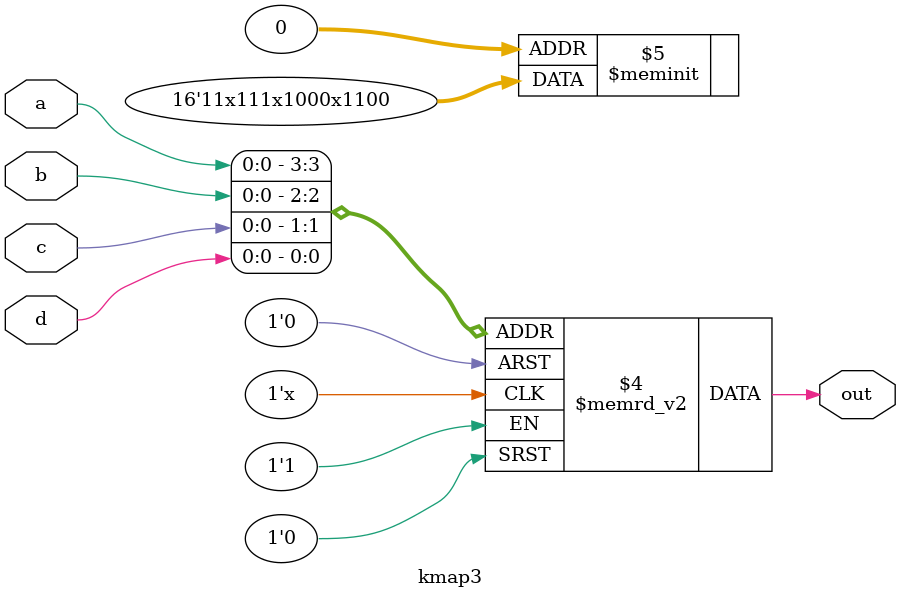
<source format=v>
module kmap3 (
	input a, 
	input b,
	input c,
	input d,
	output reg out
);
 	
    always @(*) begin
        case({a,b,c,d})
            4'h0: out = 0;
            4'h1: out = 0;
            4'h3: out = 1;
            4'h2: out = 1;
            4'h4: out = 1'bx;
            4'h5: out = 0;
            4'h7: out = 0;
            4'h6: out = 0;
            4'hc: out = 1;
            4'hd: out = 1'bx;
            4'hf: out = 1;
            4'he: out = 1;
            4'h8: out = 1;
            4'h9: out = 1'bx;
            4'hb: out = 1;
            4'ha: out = 1;
        endcase
    end
endmodule
</source>
